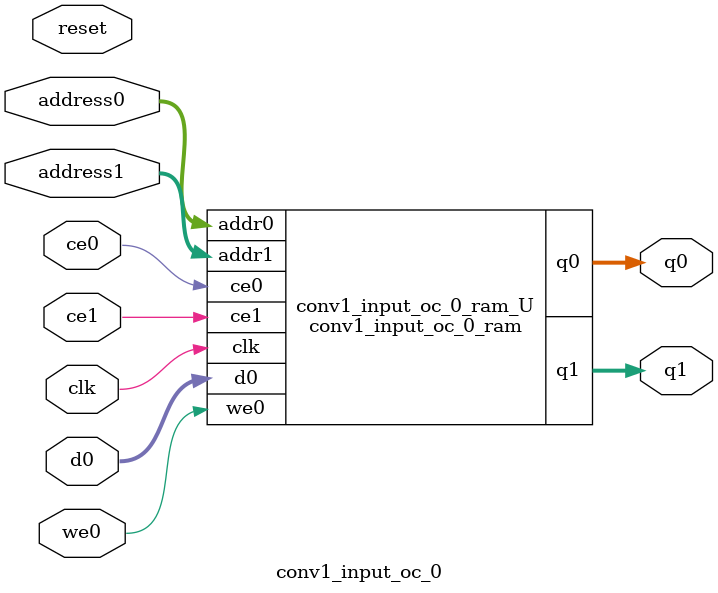
<source format=v>

`timescale 1 ns / 1 ps
module conv1_input_oc_0_ram (addr0, ce0, d0, we0, q0, addr1, ce1, q1,  clk);

parameter DWIDTH = 32;
parameter AWIDTH = 10;
parameter MEM_SIZE = 1024;

input[AWIDTH-1:0] addr0;
input ce0;
input[DWIDTH-1:0] d0;
input we0;
output reg[DWIDTH-1:0] q0;
input[AWIDTH-1:0] addr1;
input ce1;
output reg[DWIDTH-1:0] q1;
input clk;

(* ram_style = "block" *)reg [DWIDTH-1:0] ram[0:MEM_SIZE-1];




always @(posedge clk)  
begin 
    if (ce0) 
    begin
        if (we0) 
        begin 
            ram[addr0] <= d0; 
            q0 <= d0;
        end 
        else 
            q0 <= ram[addr0];
    end
end


always @(posedge clk)  
begin 
    if (ce1) 
    begin
            q1 <= ram[addr1];
    end
end


endmodule


`timescale 1 ns / 1 ps
module conv1_input_oc_0(
    reset,
    clk,
    address0,
    ce0,
    we0,
    d0,
    q0,
    address1,
    ce1,
    q1);

parameter DataWidth = 32'd32;
parameter AddressRange = 32'd1024;
parameter AddressWidth = 32'd10;
input reset;
input clk;
input[AddressWidth - 1:0] address0;
input ce0;
input we0;
input[DataWidth - 1:0] d0;
output[DataWidth - 1:0] q0;
input[AddressWidth - 1:0] address1;
input ce1;
output[DataWidth - 1:0] q1;



conv1_input_oc_0_ram conv1_input_oc_0_ram_U(
    .clk( clk ),
    .addr0( address0 ),
    .ce0( ce0 ),
    .we0( we0 ),
    .d0( d0 ),
    .q0( q0 ),
    .addr1( address1 ),
    .ce1( ce1 ),
    .q1( q1 ));

endmodule


</source>
